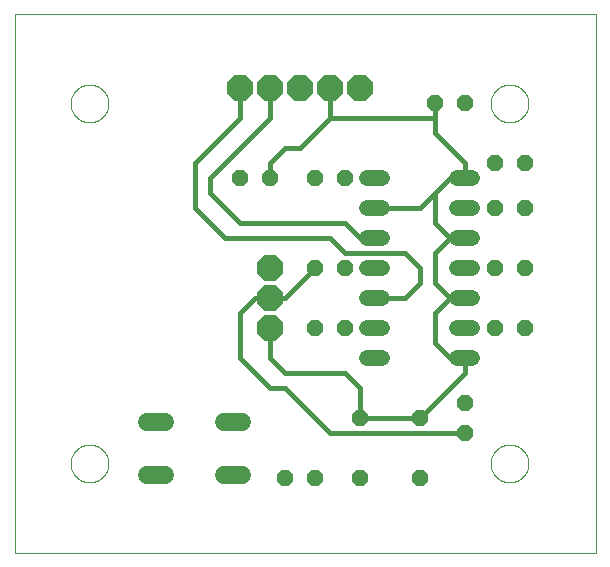
<source format=gbl>
G75*
%MOIN*%
%OFA0B0*%
%FSLAX25Y25*%
%IPPOS*%
%LPD*%
%AMOC8*
5,1,8,0,0,1.08239X$1,22.5*
%
%ADD10C,0.00000*%
%ADD11OC8,0.05200*%
%ADD12C,0.05200*%
%ADD13C,0.06000*%
%ADD14OC8,0.08500*%
%ADD15C,0.01600*%
D10*
X0001000Y0001000D02*
X0001000Y0180961D01*
X0194701Y0180961D01*
X0194701Y0001000D01*
X0001000Y0001000D01*
X0019701Y0031000D02*
X0019703Y0031158D01*
X0019709Y0031316D01*
X0019719Y0031474D01*
X0019733Y0031632D01*
X0019751Y0031789D01*
X0019772Y0031946D01*
X0019798Y0032102D01*
X0019828Y0032258D01*
X0019861Y0032413D01*
X0019899Y0032566D01*
X0019940Y0032719D01*
X0019985Y0032871D01*
X0020034Y0033022D01*
X0020087Y0033171D01*
X0020143Y0033319D01*
X0020203Y0033465D01*
X0020267Y0033610D01*
X0020335Y0033753D01*
X0020406Y0033895D01*
X0020480Y0034035D01*
X0020558Y0034172D01*
X0020640Y0034308D01*
X0020724Y0034442D01*
X0020813Y0034573D01*
X0020904Y0034702D01*
X0020999Y0034829D01*
X0021096Y0034954D01*
X0021197Y0035076D01*
X0021301Y0035195D01*
X0021408Y0035312D01*
X0021518Y0035426D01*
X0021631Y0035537D01*
X0021746Y0035646D01*
X0021864Y0035751D01*
X0021985Y0035853D01*
X0022108Y0035953D01*
X0022234Y0036049D01*
X0022362Y0036142D01*
X0022492Y0036232D01*
X0022625Y0036318D01*
X0022760Y0036402D01*
X0022896Y0036481D01*
X0023035Y0036558D01*
X0023176Y0036630D01*
X0023318Y0036700D01*
X0023462Y0036765D01*
X0023608Y0036827D01*
X0023755Y0036885D01*
X0023904Y0036940D01*
X0024054Y0036991D01*
X0024205Y0037038D01*
X0024357Y0037081D01*
X0024510Y0037120D01*
X0024665Y0037156D01*
X0024820Y0037187D01*
X0024976Y0037215D01*
X0025132Y0037239D01*
X0025289Y0037259D01*
X0025447Y0037275D01*
X0025604Y0037287D01*
X0025763Y0037295D01*
X0025921Y0037299D01*
X0026079Y0037299D01*
X0026237Y0037295D01*
X0026396Y0037287D01*
X0026553Y0037275D01*
X0026711Y0037259D01*
X0026868Y0037239D01*
X0027024Y0037215D01*
X0027180Y0037187D01*
X0027335Y0037156D01*
X0027490Y0037120D01*
X0027643Y0037081D01*
X0027795Y0037038D01*
X0027946Y0036991D01*
X0028096Y0036940D01*
X0028245Y0036885D01*
X0028392Y0036827D01*
X0028538Y0036765D01*
X0028682Y0036700D01*
X0028824Y0036630D01*
X0028965Y0036558D01*
X0029104Y0036481D01*
X0029240Y0036402D01*
X0029375Y0036318D01*
X0029508Y0036232D01*
X0029638Y0036142D01*
X0029766Y0036049D01*
X0029892Y0035953D01*
X0030015Y0035853D01*
X0030136Y0035751D01*
X0030254Y0035646D01*
X0030369Y0035537D01*
X0030482Y0035426D01*
X0030592Y0035312D01*
X0030699Y0035195D01*
X0030803Y0035076D01*
X0030904Y0034954D01*
X0031001Y0034829D01*
X0031096Y0034702D01*
X0031187Y0034573D01*
X0031276Y0034442D01*
X0031360Y0034308D01*
X0031442Y0034172D01*
X0031520Y0034035D01*
X0031594Y0033895D01*
X0031665Y0033753D01*
X0031733Y0033610D01*
X0031797Y0033465D01*
X0031857Y0033319D01*
X0031913Y0033171D01*
X0031966Y0033022D01*
X0032015Y0032871D01*
X0032060Y0032719D01*
X0032101Y0032566D01*
X0032139Y0032413D01*
X0032172Y0032258D01*
X0032202Y0032102D01*
X0032228Y0031946D01*
X0032249Y0031789D01*
X0032267Y0031632D01*
X0032281Y0031474D01*
X0032291Y0031316D01*
X0032297Y0031158D01*
X0032299Y0031000D01*
X0032297Y0030842D01*
X0032291Y0030684D01*
X0032281Y0030526D01*
X0032267Y0030368D01*
X0032249Y0030211D01*
X0032228Y0030054D01*
X0032202Y0029898D01*
X0032172Y0029742D01*
X0032139Y0029587D01*
X0032101Y0029434D01*
X0032060Y0029281D01*
X0032015Y0029129D01*
X0031966Y0028978D01*
X0031913Y0028829D01*
X0031857Y0028681D01*
X0031797Y0028535D01*
X0031733Y0028390D01*
X0031665Y0028247D01*
X0031594Y0028105D01*
X0031520Y0027965D01*
X0031442Y0027828D01*
X0031360Y0027692D01*
X0031276Y0027558D01*
X0031187Y0027427D01*
X0031096Y0027298D01*
X0031001Y0027171D01*
X0030904Y0027046D01*
X0030803Y0026924D01*
X0030699Y0026805D01*
X0030592Y0026688D01*
X0030482Y0026574D01*
X0030369Y0026463D01*
X0030254Y0026354D01*
X0030136Y0026249D01*
X0030015Y0026147D01*
X0029892Y0026047D01*
X0029766Y0025951D01*
X0029638Y0025858D01*
X0029508Y0025768D01*
X0029375Y0025682D01*
X0029240Y0025598D01*
X0029104Y0025519D01*
X0028965Y0025442D01*
X0028824Y0025370D01*
X0028682Y0025300D01*
X0028538Y0025235D01*
X0028392Y0025173D01*
X0028245Y0025115D01*
X0028096Y0025060D01*
X0027946Y0025009D01*
X0027795Y0024962D01*
X0027643Y0024919D01*
X0027490Y0024880D01*
X0027335Y0024844D01*
X0027180Y0024813D01*
X0027024Y0024785D01*
X0026868Y0024761D01*
X0026711Y0024741D01*
X0026553Y0024725D01*
X0026396Y0024713D01*
X0026237Y0024705D01*
X0026079Y0024701D01*
X0025921Y0024701D01*
X0025763Y0024705D01*
X0025604Y0024713D01*
X0025447Y0024725D01*
X0025289Y0024741D01*
X0025132Y0024761D01*
X0024976Y0024785D01*
X0024820Y0024813D01*
X0024665Y0024844D01*
X0024510Y0024880D01*
X0024357Y0024919D01*
X0024205Y0024962D01*
X0024054Y0025009D01*
X0023904Y0025060D01*
X0023755Y0025115D01*
X0023608Y0025173D01*
X0023462Y0025235D01*
X0023318Y0025300D01*
X0023176Y0025370D01*
X0023035Y0025442D01*
X0022896Y0025519D01*
X0022760Y0025598D01*
X0022625Y0025682D01*
X0022492Y0025768D01*
X0022362Y0025858D01*
X0022234Y0025951D01*
X0022108Y0026047D01*
X0021985Y0026147D01*
X0021864Y0026249D01*
X0021746Y0026354D01*
X0021631Y0026463D01*
X0021518Y0026574D01*
X0021408Y0026688D01*
X0021301Y0026805D01*
X0021197Y0026924D01*
X0021096Y0027046D01*
X0020999Y0027171D01*
X0020904Y0027298D01*
X0020813Y0027427D01*
X0020724Y0027558D01*
X0020640Y0027692D01*
X0020558Y0027828D01*
X0020480Y0027965D01*
X0020406Y0028105D01*
X0020335Y0028247D01*
X0020267Y0028390D01*
X0020203Y0028535D01*
X0020143Y0028681D01*
X0020087Y0028829D01*
X0020034Y0028978D01*
X0019985Y0029129D01*
X0019940Y0029281D01*
X0019899Y0029434D01*
X0019861Y0029587D01*
X0019828Y0029742D01*
X0019798Y0029898D01*
X0019772Y0030054D01*
X0019751Y0030211D01*
X0019733Y0030368D01*
X0019719Y0030526D01*
X0019709Y0030684D01*
X0019703Y0030842D01*
X0019701Y0031000D01*
X0019701Y0151000D02*
X0019703Y0151158D01*
X0019709Y0151316D01*
X0019719Y0151474D01*
X0019733Y0151632D01*
X0019751Y0151789D01*
X0019772Y0151946D01*
X0019798Y0152102D01*
X0019828Y0152258D01*
X0019861Y0152413D01*
X0019899Y0152566D01*
X0019940Y0152719D01*
X0019985Y0152871D01*
X0020034Y0153022D01*
X0020087Y0153171D01*
X0020143Y0153319D01*
X0020203Y0153465D01*
X0020267Y0153610D01*
X0020335Y0153753D01*
X0020406Y0153895D01*
X0020480Y0154035D01*
X0020558Y0154172D01*
X0020640Y0154308D01*
X0020724Y0154442D01*
X0020813Y0154573D01*
X0020904Y0154702D01*
X0020999Y0154829D01*
X0021096Y0154954D01*
X0021197Y0155076D01*
X0021301Y0155195D01*
X0021408Y0155312D01*
X0021518Y0155426D01*
X0021631Y0155537D01*
X0021746Y0155646D01*
X0021864Y0155751D01*
X0021985Y0155853D01*
X0022108Y0155953D01*
X0022234Y0156049D01*
X0022362Y0156142D01*
X0022492Y0156232D01*
X0022625Y0156318D01*
X0022760Y0156402D01*
X0022896Y0156481D01*
X0023035Y0156558D01*
X0023176Y0156630D01*
X0023318Y0156700D01*
X0023462Y0156765D01*
X0023608Y0156827D01*
X0023755Y0156885D01*
X0023904Y0156940D01*
X0024054Y0156991D01*
X0024205Y0157038D01*
X0024357Y0157081D01*
X0024510Y0157120D01*
X0024665Y0157156D01*
X0024820Y0157187D01*
X0024976Y0157215D01*
X0025132Y0157239D01*
X0025289Y0157259D01*
X0025447Y0157275D01*
X0025604Y0157287D01*
X0025763Y0157295D01*
X0025921Y0157299D01*
X0026079Y0157299D01*
X0026237Y0157295D01*
X0026396Y0157287D01*
X0026553Y0157275D01*
X0026711Y0157259D01*
X0026868Y0157239D01*
X0027024Y0157215D01*
X0027180Y0157187D01*
X0027335Y0157156D01*
X0027490Y0157120D01*
X0027643Y0157081D01*
X0027795Y0157038D01*
X0027946Y0156991D01*
X0028096Y0156940D01*
X0028245Y0156885D01*
X0028392Y0156827D01*
X0028538Y0156765D01*
X0028682Y0156700D01*
X0028824Y0156630D01*
X0028965Y0156558D01*
X0029104Y0156481D01*
X0029240Y0156402D01*
X0029375Y0156318D01*
X0029508Y0156232D01*
X0029638Y0156142D01*
X0029766Y0156049D01*
X0029892Y0155953D01*
X0030015Y0155853D01*
X0030136Y0155751D01*
X0030254Y0155646D01*
X0030369Y0155537D01*
X0030482Y0155426D01*
X0030592Y0155312D01*
X0030699Y0155195D01*
X0030803Y0155076D01*
X0030904Y0154954D01*
X0031001Y0154829D01*
X0031096Y0154702D01*
X0031187Y0154573D01*
X0031276Y0154442D01*
X0031360Y0154308D01*
X0031442Y0154172D01*
X0031520Y0154035D01*
X0031594Y0153895D01*
X0031665Y0153753D01*
X0031733Y0153610D01*
X0031797Y0153465D01*
X0031857Y0153319D01*
X0031913Y0153171D01*
X0031966Y0153022D01*
X0032015Y0152871D01*
X0032060Y0152719D01*
X0032101Y0152566D01*
X0032139Y0152413D01*
X0032172Y0152258D01*
X0032202Y0152102D01*
X0032228Y0151946D01*
X0032249Y0151789D01*
X0032267Y0151632D01*
X0032281Y0151474D01*
X0032291Y0151316D01*
X0032297Y0151158D01*
X0032299Y0151000D01*
X0032297Y0150842D01*
X0032291Y0150684D01*
X0032281Y0150526D01*
X0032267Y0150368D01*
X0032249Y0150211D01*
X0032228Y0150054D01*
X0032202Y0149898D01*
X0032172Y0149742D01*
X0032139Y0149587D01*
X0032101Y0149434D01*
X0032060Y0149281D01*
X0032015Y0149129D01*
X0031966Y0148978D01*
X0031913Y0148829D01*
X0031857Y0148681D01*
X0031797Y0148535D01*
X0031733Y0148390D01*
X0031665Y0148247D01*
X0031594Y0148105D01*
X0031520Y0147965D01*
X0031442Y0147828D01*
X0031360Y0147692D01*
X0031276Y0147558D01*
X0031187Y0147427D01*
X0031096Y0147298D01*
X0031001Y0147171D01*
X0030904Y0147046D01*
X0030803Y0146924D01*
X0030699Y0146805D01*
X0030592Y0146688D01*
X0030482Y0146574D01*
X0030369Y0146463D01*
X0030254Y0146354D01*
X0030136Y0146249D01*
X0030015Y0146147D01*
X0029892Y0146047D01*
X0029766Y0145951D01*
X0029638Y0145858D01*
X0029508Y0145768D01*
X0029375Y0145682D01*
X0029240Y0145598D01*
X0029104Y0145519D01*
X0028965Y0145442D01*
X0028824Y0145370D01*
X0028682Y0145300D01*
X0028538Y0145235D01*
X0028392Y0145173D01*
X0028245Y0145115D01*
X0028096Y0145060D01*
X0027946Y0145009D01*
X0027795Y0144962D01*
X0027643Y0144919D01*
X0027490Y0144880D01*
X0027335Y0144844D01*
X0027180Y0144813D01*
X0027024Y0144785D01*
X0026868Y0144761D01*
X0026711Y0144741D01*
X0026553Y0144725D01*
X0026396Y0144713D01*
X0026237Y0144705D01*
X0026079Y0144701D01*
X0025921Y0144701D01*
X0025763Y0144705D01*
X0025604Y0144713D01*
X0025447Y0144725D01*
X0025289Y0144741D01*
X0025132Y0144761D01*
X0024976Y0144785D01*
X0024820Y0144813D01*
X0024665Y0144844D01*
X0024510Y0144880D01*
X0024357Y0144919D01*
X0024205Y0144962D01*
X0024054Y0145009D01*
X0023904Y0145060D01*
X0023755Y0145115D01*
X0023608Y0145173D01*
X0023462Y0145235D01*
X0023318Y0145300D01*
X0023176Y0145370D01*
X0023035Y0145442D01*
X0022896Y0145519D01*
X0022760Y0145598D01*
X0022625Y0145682D01*
X0022492Y0145768D01*
X0022362Y0145858D01*
X0022234Y0145951D01*
X0022108Y0146047D01*
X0021985Y0146147D01*
X0021864Y0146249D01*
X0021746Y0146354D01*
X0021631Y0146463D01*
X0021518Y0146574D01*
X0021408Y0146688D01*
X0021301Y0146805D01*
X0021197Y0146924D01*
X0021096Y0147046D01*
X0020999Y0147171D01*
X0020904Y0147298D01*
X0020813Y0147427D01*
X0020724Y0147558D01*
X0020640Y0147692D01*
X0020558Y0147828D01*
X0020480Y0147965D01*
X0020406Y0148105D01*
X0020335Y0148247D01*
X0020267Y0148390D01*
X0020203Y0148535D01*
X0020143Y0148681D01*
X0020087Y0148829D01*
X0020034Y0148978D01*
X0019985Y0149129D01*
X0019940Y0149281D01*
X0019899Y0149434D01*
X0019861Y0149587D01*
X0019828Y0149742D01*
X0019798Y0149898D01*
X0019772Y0150054D01*
X0019751Y0150211D01*
X0019733Y0150368D01*
X0019719Y0150526D01*
X0019709Y0150684D01*
X0019703Y0150842D01*
X0019701Y0151000D01*
X0159701Y0151000D02*
X0159703Y0151158D01*
X0159709Y0151316D01*
X0159719Y0151474D01*
X0159733Y0151632D01*
X0159751Y0151789D01*
X0159772Y0151946D01*
X0159798Y0152102D01*
X0159828Y0152258D01*
X0159861Y0152413D01*
X0159899Y0152566D01*
X0159940Y0152719D01*
X0159985Y0152871D01*
X0160034Y0153022D01*
X0160087Y0153171D01*
X0160143Y0153319D01*
X0160203Y0153465D01*
X0160267Y0153610D01*
X0160335Y0153753D01*
X0160406Y0153895D01*
X0160480Y0154035D01*
X0160558Y0154172D01*
X0160640Y0154308D01*
X0160724Y0154442D01*
X0160813Y0154573D01*
X0160904Y0154702D01*
X0160999Y0154829D01*
X0161096Y0154954D01*
X0161197Y0155076D01*
X0161301Y0155195D01*
X0161408Y0155312D01*
X0161518Y0155426D01*
X0161631Y0155537D01*
X0161746Y0155646D01*
X0161864Y0155751D01*
X0161985Y0155853D01*
X0162108Y0155953D01*
X0162234Y0156049D01*
X0162362Y0156142D01*
X0162492Y0156232D01*
X0162625Y0156318D01*
X0162760Y0156402D01*
X0162896Y0156481D01*
X0163035Y0156558D01*
X0163176Y0156630D01*
X0163318Y0156700D01*
X0163462Y0156765D01*
X0163608Y0156827D01*
X0163755Y0156885D01*
X0163904Y0156940D01*
X0164054Y0156991D01*
X0164205Y0157038D01*
X0164357Y0157081D01*
X0164510Y0157120D01*
X0164665Y0157156D01*
X0164820Y0157187D01*
X0164976Y0157215D01*
X0165132Y0157239D01*
X0165289Y0157259D01*
X0165447Y0157275D01*
X0165604Y0157287D01*
X0165763Y0157295D01*
X0165921Y0157299D01*
X0166079Y0157299D01*
X0166237Y0157295D01*
X0166396Y0157287D01*
X0166553Y0157275D01*
X0166711Y0157259D01*
X0166868Y0157239D01*
X0167024Y0157215D01*
X0167180Y0157187D01*
X0167335Y0157156D01*
X0167490Y0157120D01*
X0167643Y0157081D01*
X0167795Y0157038D01*
X0167946Y0156991D01*
X0168096Y0156940D01*
X0168245Y0156885D01*
X0168392Y0156827D01*
X0168538Y0156765D01*
X0168682Y0156700D01*
X0168824Y0156630D01*
X0168965Y0156558D01*
X0169104Y0156481D01*
X0169240Y0156402D01*
X0169375Y0156318D01*
X0169508Y0156232D01*
X0169638Y0156142D01*
X0169766Y0156049D01*
X0169892Y0155953D01*
X0170015Y0155853D01*
X0170136Y0155751D01*
X0170254Y0155646D01*
X0170369Y0155537D01*
X0170482Y0155426D01*
X0170592Y0155312D01*
X0170699Y0155195D01*
X0170803Y0155076D01*
X0170904Y0154954D01*
X0171001Y0154829D01*
X0171096Y0154702D01*
X0171187Y0154573D01*
X0171276Y0154442D01*
X0171360Y0154308D01*
X0171442Y0154172D01*
X0171520Y0154035D01*
X0171594Y0153895D01*
X0171665Y0153753D01*
X0171733Y0153610D01*
X0171797Y0153465D01*
X0171857Y0153319D01*
X0171913Y0153171D01*
X0171966Y0153022D01*
X0172015Y0152871D01*
X0172060Y0152719D01*
X0172101Y0152566D01*
X0172139Y0152413D01*
X0172172Y0152258D01*
X0172202Y0152102D01*
X0172228Y0151946D01*
X0172249Y0151789D01*
X0172267Y0151632D01*
X0172281Y0151474D01*
X0172291Y0151316D01*
X0172297Y0151158D01*
X0172299Y0151000D01*
X0172297Y0150842D01*
X0172291Y0150684D01*
X0172281Y0150526D01*
X0172267Y0150368D01*
X0172249Y0150211D01*
X0172228Y0150054D01*
X0172202Y0149898D01*
X0172172Y0149742D01*
X0172139Y0149587D01*
X0172101Y0149434D01*
X0172060Y0149281D01*
X0172015Y0149129D01*
X0171966Y0148978D01*
X0171913Y0148829D01*
X0171857Y0148681D01*
X0171797Y0148535D01*
X0171733Y0148390D01*
X0171665Y0148247D01*
X0171594Y0148105D01*
X0171520Y0147965D01*
X0171442Y0147828D01*
X0171360Y0147692D01*
X0171276Y0147558D01*
X0171187Y0147427D01*
X0171096Y0147298D01*
X0171001Y0147171D01*
X0170904Y0147046D01*
X0170803Y0146924D01*
X0170699Y0146805D01*
X0170592Y0146688D01*
X0170482Y0146574D01*
X0170369Y0146463D01*
X0170254Y0146354D01*
X0170136Y0146249D01*
X0170015Y0146147D01*
X0169892Y0146047D01*
X0169766Y0145951D01*
X0169638Y0145858D01*
X0169508Y0145768D01*
X0169375Y0145682D01*
X0169240Y0145598D01*
X0169104Y0145519D01*
X0168965Y0145442D01*
X0168824Y0145370D01*
X0168682Y0145300D01*
X0168538Y0145235D01*
X0168392Y0145173D01*
X0168245Y0145115D01*
X0168096Y0145060D01*
X0167946Y0145009D01*
X0167795Y0144962D01*
X0167643Y0144919D01*
X0167490Y0144880D01*
X0167335Y0144844D01*
X0167180Y0144813D01*
X0167024Y0144785D01*
X0166868Y0144761D01*
X0166711Y0144741D01*
X0166553Y0144725D01*
X0166396Y0144713D01*
X0166237Y0144705D01*
X0166079Y0144701D01*
X0165921Y0144701D01*
X0165763Y0144705D01*
X0165604Y0144713D01*
X0165447Y0144725D01*
X0165289Y0144741D01*
X0165132Y0144761D01*
X0164976Y0144785D01*
X0164820Y0144813D01*
X0164665Y0144844D01*
X0164510Y0144880D01*
X0164357Y0144919D01*
X0164205Y0144962D01*
X0164054Y0145009D01*
X0163904Y0145060D01*
X0163755Y0145115D01*
X0163608Y0145173D01*
X0163462Y0145235D01*
X0163318Y0145300D01*
X0163176Y0145370D01*
X0163035Y0145442D01*
X0162896Y0145519D01*
X0162760Y0145598D01*
X0162625Y0145682D01*
X0162492Y0145768D01*
X0162362Y0145858D01*
X0162234Y0145951D01*
X0162108Y0146047D01*
X0161985Y0146147D01*
X0161864Y0146249D01*
X0161746Y0146354D01*
X0161631Y0146463D01*
X0161518Y0146574D01*
X0161408Y0146688D01*
X0161301Y0146805D01*
X0161197Y0146924D01*
X0161096Y0147046D01*
X0160999Y0147171D01*
X0160904Y0147298D01*
X0160813Y0147427D01*
X0160724Y0147558D01*
X0160640Y0147692D01*
X0160558Y0147828D01*
X0160480Y0147965D01*
X0160406Y0148105D01*
X0160335Y0148247D01*
X0160267Y0148390D01*
X0160203Y0148535D01*
X0160143Y0148681D01*
X0160087Y0148829D01*
X0160034Y0148978D01*
X0159985Y0149129D01*
X0159940Y0149281D01*
X0159899Y0149434D01*
X0159861Y0149587D01*
X0159828Y0149742D01*
X0159798Y0149898D01*
X0159772Y0150054D01*
X0159751Y0150211D01*
X0159733Y0150368D01*
X0159719Y0150526D01*
X0159709Y0150684D01*
X0159703Y0150842D01*
X0159701Y0151000D01*
X0159701Y0031000D02*
X0159703Y0031158D01*
X0159709Y0031316D01*
X0159719Y0031474D01*
X0159733Y0031632D01*
X0159751Y0031789D01*
X0159772Y0031946D01*
X0159798Y0032102D01*
X0159828Y0032258D01*
X0159861Y0032413D01*
X0159899Y0032566D01*
X0159940Y0032719D01*
X0159985Y0032871D01*
X0160034Y0033022D01*
X0160087Y0033171D01*
X0160143Y0033319D01*
X0160203Y0033465D01*
X0160267Y0033610D01*
X0160335Y0033753D01*
X0160406Y0033895D01*
X0160480Y0034035D01*
X0160558Y0034172D01*
X0160640Y0034308D01*
X0160724Y0034442D01*
X0160813Y0034573D01*
X0160904Y0034702D01*
X0160999Y0034829D01*
X0161096Y0034954D01*
X0161197Y0035076D01*
X0161301Y0035195D01*
X0161408Y0035312D01*
X0161518Y0035426D01*
X0161631Y0035537D01*
X0161746Y0035646D01*
X0161864Y0035751D01*
X0161985Y0035853D01*
X0162108Y0035953D01*
X0162234Y0036049D01*
X0162362Y0036142D01*
X0162492Y0036232D01*
X0162625Y0036318D01*
X0162760Y0036402D01*
X0162896Y0036481D01*
X0163035Y0036558D01*
X0163176Y0036630D01*
X0163318Y0036700D01*
X0163462Y0036765D01*
X0163608Y0036827D01*
X0163755Y0036885D01*
X0163904Y0036940D01*
X0164054Y0036991D01*
X0164205Y0037038D01*
X0164357Y0037081D01*
X0164510Y0037120D01*
X0164665Y0037156D01*
X0164820Y0037187D01*
X0164976Y0037215D01*
X0165132Y0037239D01*
X0165289Y0037259D01*
X0165447Y0037275D01*
X0165604Y0037287D01*
X0165763Y0037295D01*
X0165921Y0037299D01*
X0166079Y0037299D01*
X0166237Y0037295D01*
X0166396Y0037287D01*
X0166553Y0037275D01*
X0166711Y0037259D01*
X0166868Y0037239D01*
X0167024Y0037215D01*
X0167180Y0037187D01*
X0167335Y0037156D01*
X0167490Y0037120D01*
X0167643Y0037081D01*
X0167795Y0037038D01*
X0167946Y0036991D01*
X0168096Y0036940D01*
X0168245Y0036885D01*
X0168392Y0036827D01*
X0168538Y0036765D01*
X0168682Y0036700D01*
X0168824Y0036630D01*
X0168965Y0036558D01*
X0169104Y0036481D01*
X0169240Y0036402D01*
X0169375Y0036318D01*
X0169508Y0036232D01*
X0169638Y0036142D01*
X0169766Y0036049D01*
X0169892Y0035953D01*
X0170015Y0035853D01*
X0170136Y0035751D01*
X0170254Y0035646D01*
X0170369Y0035537D01*
X0170482Y0035426D01*
X0170592Y0035312D01*
X0170699Y0035195D01*
X0170803Y0035076D01*
X0170904Y0034954D01*
X0171001Y0034829D01*
X0171096Y0034702D01*
X0171187Y0034573D01*
X0171276Y0034442D01*
X0171360Y0034308D01*
X0171442Y0034172D01*
X0171520Y0034035D01*
X0171594Y0033895D01*
X0171665Y0033753D01*
X0171733Y0033610D01*
X0171797Y0033465D01*
X0171857Y0033319D01*
X0171913Y0033171D01*
X0171966Y0033022D01*
X0172015Y0032871D01*
X0172060Y0032719D01*
X0172101Y0032566D01*
X0172139Y0032413D01*
X0172172Y0032258D01*
X0172202Y0032102D01*
X0172228Y0031946D01*
X0172249Y0031789D01*
X0172267Y0031632D01*
X0172281Y0031474D01*
X0172291Y0031316D01*
X0172297Y0031158D01*
X0172299Y0031000D01*
X0172297Y0030842D01*
X0172291Y0030684D01*
X0172281Y0030526D01*
X0172267Y0030368D01*
X0172249Y0030211D01*
X0172228Y0030054D01*
X0172202Y0029898D01*
X0172172Y0029742D01*
X0172139Y0029587D01*
X0172101Y0029434D01*
X0172060Y0029281D01*
X0172015Y0029129D01*
X0171966Y0028978D01*
X0171913Y0028829D01*
X0171857Y0028681D01*
X0171797Y0028535D01*
X0171733Y0028390D01*
X0171665Y0028247D01*
X0171594Y0028105D01*
X0171520Y0027965D01*
X0171442Y0027828D01*
X0171360Y0027692D01*
X0171276Y0027558D01*
X0171187Y0027427D01*
X0171096Y0027298D01*
X0171001Y0027171D01*
X0170904Y0027046D01*
X0170803Y0026924D01*
X0170699Y0026805D01*
X0170592Y0026688D01*
X0170482Y0026574D01*
X0170369Y0026463D01*
X0170254Y0026354D01*
X0170136Y0026249D01*
X0170015Y0026147D01*
X0169892Y0026047D01*
X0169766Y0025951D01*
X0169638Y0025858D01*
X0169508Y0025768D01*
X0169375Y0025682D01*
X0169240Y0025598D01*
X0169104Y0025519D01*
X0168965Y0025442D01*
X0168824Y0025370D01*
X0168682Y0025300D01*
X0168538Y0025235D01*
X0168392Y0025173D01*
X0168245Y0025115D01*
X0168096Y0025060D01*
X0167946Y0025009D01*
X0167795Y0024962D01*
X0167643Y0024919D01*
X0167490Y0024880D01*
X0167335Y0024844D01*
X0167180Y0024813D01*
X0167024Y0024785D01*
X0166868Y0024761D01*
X0166711Y0024741D01*
X0166553Y0024725D01*
X0166396Y0024713D01*
X0166237Y0024705D01*
X0166079Y0024701D01*
X0165921Y0024701D01*
X0165763Y0024705D01*
X0165604Y0024713D01*
X0165447Y0024725D01*
X0165289Y0024741D01*
X0165132Y0024761D01*
X0164976Y0024785D01*
X0164820Y0024813D01*
X0164665Y0024844D01*
X0164510Y0024880D01*
X0164357Y0024919D01*
X0164205Y0024962D01*
X0164054Y0025009D01*
X0163904Y0025060D01*
X0163755Y0025115D01*
X0163608Y0025173D01*
X0163462Y0025235D01*
X0163318Y0025300D01*
X0163176Y0025370D01*
X0163035Y0025442D01*
X0162896Y0025519D01*
X0162760Y0025598D01*
X0162625Y0025682D01*
X0162492Y0025768D01*
X0162362Y0025858D01*
X0162234Y0025951D01*
X0162108Y0026047D01*
X0161985Y0026147D01*
X0161864Y0026249D01*
X0161746Y0026354D01*
X0161631Y0026463D01*
X0161518Y0026574D01*
X0161408Y0026688D01*
X0161301Y0026805D01*
X0161197Y0026924D01*
X0161096Y0027046D01*
X0160999Y0027171D01*
X0160904Y0027298D01*
X0160813Y0027427D01*
X0160724Y0027558D01*
X0160640Y0027692D01*
X0160558Y0027828D01*
X0160480Y0027965D01*
X0160406Y0028105D01*
X0160335Y0028247D01*
X0160267Y0028390D01*
X0160203Y0028535D01*
X0160143Y0028681D01*
X0160087Y0028829D01*
X0160034Y0028978D01*
X0159985Y0029129D01*
X0159940Y0029281D01*
X0159899Y0029434D01*
X0159861Y0029587D01*
X0159828Y0029742D01*
X0159798Y0029898D01*
X0159772Y0030054D01*
X0159751Y0030211D01*
X0159733Y0030368D01*
X0159719Y0030526D01*
X0159709Y0030684D01*
X0159703Y0030842D01*
X0159701Y0031000D01*
D11*
X0151000Y0041000D03*
X0151000Y0051000D03*
X0136000Y0046000D03*
X0116000Y0046000D03*
X0116000Y0026000D03*
X0101000Y0026000D03*
X0091000Y0026000D03*
X0136000Y0026000D03*
X0111000Y0076000D03*
X0101000Y0076000D03*
X0101000Y0096000D03*
X0111000Y0096000D03*
X0111000Y0126000D03*
X0101000Y0126000D03*
X0086000Y0126000D03*
X0076000Y0126000D03*
X0141000Y0151000D03*
X0151000Y0151000D03*
X0161000Y0131000D03*
X0171000Y0131000D03*
X0171000Y0116000D03*
X0161000Y0116000D03*
X0161000Y0096000D03*
X0171000Y0096000D03*
X0171000Y0076000D03*
X0161000Y0076000D03*
D12*
X0153600Y0076000D02*
X0148400Y0076000D01*
X0148400Y0066000D02*
X0153600Y0066000D01*
X0153600Y0086000D02*
X0148400Y0086000D01*
X0148400Y0096000D02*
X0153600Y0096000D01*
X0153600Y0106000D02*
X0148400Y0106000D01*
X0148400Y0116000D02*
X0153600Y0116000D01*
X0153600Y0126000D02*
X0148400Y0126000D01*
X0123600Y0126000D02*
X0118400Y0126000D01*
X0118400Y0116000D02*
X0123600Y0116000D01*
X0123600Y0106000D02*
X0118400Y0106000D01*
X0118400Y0096000D02*
X0123600Y0096000D01*
X0123600Y0086000D02*
X0118400Y0086000D01*
X0118400Y0076000D02*
X0123600Y0076000D01*
X0123600Y0066000D02*
X0118400Y0066000D01*
D13*
X0076800Y0044900D02*
X0070800Y0044900D01*
X0070800Y0027100D02*
X0076800Y0027100D01*
X0051200Y0027100D02*
X0045200Y0027100D01*
X0045200Y0044900D02*
X0051200Y0044900D01*
D14*
X0086000Y0076000D03*
X0086000Y0086000D03*
X0086000Y0096000D03*
X0086000Y0156000D03*
X0076000Y0156000D03*
X0096000Y0156000D03*
X0106000Y0156000D03*
X0116000Y0156000D03*
D15*
X0106000Y0156000D02*
X0106000Y0146000D01*
X0141000Y0146000D01*
X0141000Y0141000D01*
X0151000Y0131000D01*
X0151000Y0126000D01*
X0146000Y0126000D01*
X0141000Y0121000D01*
X0141000Y0111000D01*
X0146000Y0106000D01*
X0141000Y0101000D01*
X0141000Y0091000D01*
X0146000Y0086000D01*
X0141000Y0081000D01*
X0141000Y0071000D01*
X0146000Y0066000D01*
X0151000Y0066000D01*
X0151000Y0061000D01*
X0136000Y0046000D01*
X0116000Y0046000D01*
X0116000Y0056000D01*
X0111000Y0061000D01*
X0091000Y0061000D01*
X0086000Y0066000D01*
X0086000Y0076000D01*
X0076000Y0081000D02*
X0076000Y0066000D01*
X0086000Y0056000D01*
X0091000Y0056000D01*
X0106000Y0041000D01*
X0151000Y0041000D01*
X0151000Y0086000D02*
X0146000Y0086000D01*
X0136000Y0091000D02*
X0136000Y0096000D01*
X0131000Y0101000D01*
X0111000Y0101000D01*
X0106000Y0106000D01*
X0071000Y0106000D01*
X0061000Y0116000D01*
X0061000Y0131000D01*
X0076000Y0146000D01*
X0076000Y0156000D01*
X0086000Y0156000D02*
X0086000Y0146000D01*
X0066000Y0126000D01*
X0066000Y0121000D01*
X0076000Y0111000D01*
X0111000Y0111000D01*
X0116000Y0106000D01*
X0121000Y0106000D01*
X0121000Y0116000D02*
X0136000Y0116000D01*
X0141000Y0121000D01*
X0146000Y0106000D02*
X0151000Y0106000D01*
X0136000Y0091000D02*
X0131000Y0086000D01*
X0121000Y0086000D01*
X0101000Y0096000D02*
X0091000Y0086000D01*
X0086000Y0086000D01*
X0081000Y0086000D01*
X0076000Y0081000D01*
X0086000Y0126000D02*
X0086000Y0131000D01*
X0091000Y0136000D01*
X0096000Y0136000D01*
X0106000Y0146000D01*
X0141000Y0146000D02*
X0141000Y0151000D01*
M02*

</source>
